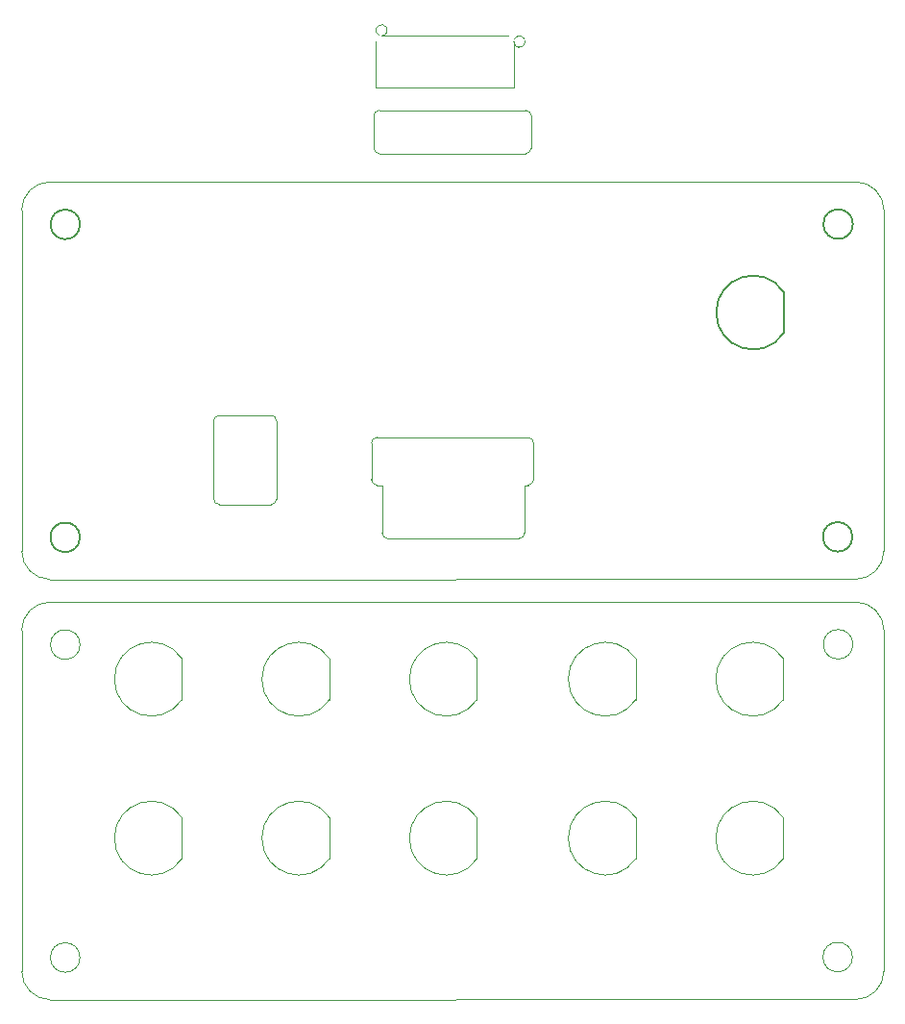
<source format=gm1>
%MOIN*%
%OFA0B0*%
%FSLAX46Y46*%
%IPPOS*%
%LPD*%
%ADD10C,0.005905511811023622*%
%ADD11C,0.0007874015748031497*%
%ADD22C,0.005905511811023622*%
%ADD23C,0.0039370078740157488*%
%ADD24C,0.0007874015748031497*%
%ADD35C,0.005905511811023622*%
%ADD36C,0.0039370078740157488*%
%ADD47C,0.005905511811023622*%
%ADD48C,0.0039370078740157488*%
%LPD*%
G01G01G01G01*
D10*
D11*
X0000216929Y0000151968D02*
G75*
G03G03X0000216929Y0000151968I-0000051181D01G03G03X0000216929Y0000151968I-0000051181D01X0000216929Y0000151968I-0000051181D01X0000216929Y0000151968I-0000051181D01*
G01G01G01G01*
X0000217322Y0001236614D02*
G75*
G03G03X0000217322Y0001236614I-0000051181D01G03G03X0000217322Y0001236614I-0000051181D01X0000217322Y0001236614I-0000051181D01X0000217322Y0001236614I-0000051181D01*
G01G01G01G01*
X0002898818Y0001237795D02*
G75*
G03G03X0002898818Y0001237795I-0000051181D01G03G03X0002898818Y0001237795I-0000051181D01X0002898818Y0001237795I-0000051181D01X0002898818Y0001237795I-0000051181D01*
G01G01G01G01*
X0000112992Y0000006299D02*
G75*
G02G02X0000014960Y0000104330J0000098031D01G02G02X0000014960Y0000104330J0000098031D01X0000014960Y0000104330J0000098031D01X0000014960Y0000104330J0000098031D01*
G01G01G01G01*
X0000014960Y0001286220D02*
G75*
G02G02X0000112992Y0001384251I0000098031D01G02G02X0000112992Y0001384251I0000098031D01X0000112992Y0001384251I0000098031D01X0000112992Y0001384251I0000098031D01*
G01G01G01G01*
X0002908661Y0001384251D02*
G75*
G02G02X0003006692Y0001286220J-0000098031D01G02G02X0003006692Y0001286220J-0000098031D01X0003006692Y0001286220J-0000098031D01X0003006692Y0001286220J-0000098031D01*
G01G01G01G01*
X0002897244Y0000153543D02*
G75*
G03G03X0002897244Y0000153543I-0000051181D01G03G03X0002897244Y0000153543I-0000051181D01X0002897244Y0000153543I-0000051181D01X0002897244Y0000153543I-0000051181D01*
G01G01G01G01*
X0003006692Y0000104724D02*
G75*
G02G02X0002908661Y0000006692I-0000098031D01G02G02X0002908661Y0000006692I-0000098031D01X0002908661Y0000006692I-0000098031D01X0002908661Y0000006692I-0000098031D01*
G01G01G01G01*
X0000014960Y0000104330D02*
X0000014960Y0001286220D01*
X0002908661Y0000006692D02*
X0000112992Y0000006299D01*
X0003006692Y0001286220D02*
X0003006692Y0000104724D01*
X0000112992Y0001384251D02*
X0002908661Y0001384251D01*
X0002657479Y0000494488D02*
G75*
G02G02X0002657479Y0000637007I-0000106299J0000071259D01G02G02X0002657479Y0000637007I-0000106299J0000071259D01X0002657479Y0000637007I-0000106299J0000071259D01X0002657479Y0000637007I-0000106299J0000071259D01*
G01G01G01G01*
X0002657479Y0000637007D02*
X0002657479Y0000494488D01*
X0002145669Y0000494488D02*
G75*
G02G02X0002145669Y0000637007I-0000106299J0000071259D01G02G02X0002145669Y0000637007I-0000106299J0000071259D01X0002145669Y0000637007I-0000106299J0000071259D01X0002145669Y0000637007I-0000106299J0000071259D01*
G01G01G01G01*
X0002145669Y0000637007D02*
X0002145669Y0000494488D01*
X0002657479Y0001045669D02*
G75*
G02G02X0002657479Y0001188188I-0000106299J0000071259D01G02G02X0002657479Y0001188188I-0000106299J0000071259D01X0002657479Y0001188188I-0000106299J0000071259D01X0002657479Y0001188188I-0000106299J0000071259D01*
G01G01G01G01*
X0002657479Y0001188188D02*
X0002657479Y0001045669D01*
X0002145669Y0001045669D02*
G75*
G02G02X0002145669Y0001188188I-0000106299J0000071259D01G02G02X0002145669Y0001188188I-0000106299J0000071259D01X0002145669Y0001188188I-0000106299J0000071259D01X0002145669Y0001188188I-0000106299J0000071259D01*
G01G01G01G01*
X0002145669Y0001188188D02*
X0002145669Y0001045669D01*
X0001594488Y0000494488D02*
G75*
G02G02X0001594488Y0000637007I-0000106299J0000071259D01G02G02X0001594488Y0000637007I-0000106299J0000071259D01X0001594488Y0000637007I-0000106299J0000071259D01X0001594488Y0000637007I-0000106299J0000071259D01*
G01G01G01G01*
X0001594488Y0000637007D02*
X0001594488Y0000494488D01*
X0001082677Y0000494488D02*
G75*
G02G02X0001082677Y0000637007I-0000106299J0000071259D01G02G02X0001082677Y0000637007I-0000106299J0000071259D01X0001082677Y0000637007I-0000106299J0000071259D01X0001082677Y0000637007I-0000106299J0000071259D01*
G01G01G01G01*
X0001082677Y0000637007D02*
X0001082677Y0000494488D01*
X0000570866Y0000494488D02*
G75*
G02G02X0000570866Y0000637007I-0000106299J0000071259D01G02G02X0000570866Y0000637007I-0000106299J0000071259D01X0000570866Y0000637007I-0000106299J0000071259D01X0000570866Y0000637007I-0000106299J0000071259D01*
G01G01G01G01*
X0000570866Y0000637007D02*
X0000570866Y0000494488D01*
X0001594488Y0001045669D02*
G75*
G02G02X0001594488Y0001188188I-0000106299J0000071259D01G02G02X0001594488Y0001188188I-0000106299J0000071259D01X0001594488Y0001188188I-0000106299J0000071259D01X0001594488Y0001188188I-0000106299J0000071259D01*
G01G01G01G01*
X0001594488Y0001188188D02*
X0001594488Y0001045669D01*
X0001082677Y0001045669D02*
G75*
G02G02X0001082677Y0001188188I-0000106299J0000071259D01G02G02X0001082677Y0001188188I-0000106299J0000071259D01X0001082677Y0001188188I-0000106299J0000071259D01X0001082677Y0001188188I-0000106299J0000071259D01*
G01G01G01G01*
X0001082677Y0001188188D02*
X0001082677Y0001045669D01*
X0000570866Y0001045669D02*
G75*
G02G02X0000570866Y0001188188I-0000106299J0000071259D01G02G02X0000570866Y0001188188I-0000106299J0000071259D01X0000570866Y0001188188I-0000106299J0000071259D01X0000570866Y0001188188I-0000106299J0000071259D01*
G01G01G01G01*
X0000570866Y0001188188D02*
X0000570866Y0001045669D01*
G01G01G01G01*
D22*
D23*
X0001740157Y0001604329D02*
X0001285433Y0001604329D01*
X0001740157Y0001604329D02*
G75*
G03G03X0001759842Y0001624015J0000019685D01G03G03X0001759842Y0001624015J0000019685D01X0001759842Y0001624015J0000019685D01X0001759842Y0001624015J0000019685D01*
G01G01G01G01*
X0001759842Y0001789370D02*
X0001759842Y0001624015D01*
X0000700786Y0001722440D02*
X0000879921Y0001722440D01*
X0000879921Y0001722440D02*
G75*
G03G03X0000899606Y0001742124J0000019685D01G03G03X0000899606Y0001742124J0000019685D01X0000899606Y0001742124J0000019685D01X0000899606Y0001742124J0000019685D01*
G01G01G01G01*
X0000899606Y0002011810D02*
X0000899606Y0001742124D01*
X0000899606Y0002011810D02*
G75*
G03G03X0000879921Y0002031496I-0000019685D01G03G03X0000879921Y0002031496I-0000019685D01X0000879921Y0002031496I-0000019685D01X0000879921Y0002031496I-0000019685D01*
G01G01G01G01*
X0000879921Y0002031496D02*
X0000700786Y0002031496D01*
X0000700786Y0002031496D02*
G75*
G03G03X0000681102Y0002011810J-0000019685D01G03G03X0000681102Y0002011810J-0000019685D01X0000681102Y0002011810J-0000019685D01X0000681102Y0002011810J-0000019685D01*
G01G01G01G01*
X0000681102Y0002011810D02*
X0000681102Y0001742124D01*
X0000681102Y0001742124D02*
G75*
G03G03X0000700786Y0001722440I0000019685D01G03G03X0000700786Y0001722440I0000019685D01X0000700786Y0001722440I0000019685D01X0000700786Y0001722440I0000019685D01*
G01G01G01G01*
X0001265748Y0001624015D02*
G75*
G03G03X0001285433Y0001604329I0000019685D01G03G03X0001285433Y0001604329I0000019685D01X0001285433Y0001604329I0000019685D01X0001285433Y0001604329I0000019685D01*
G01G01G01G01*
X0001265748Y0001789370D02*
X0001265748Y0001624015D01*
X0001759842Y0001789370D02*
X0001771653Y0001789370D01*
X0001265748Y0001789370D02*
X0001248031Y0001789370D01*
X0001771653Y0001789370D02*
G75*
G03G03X0001791338Y0001809054J0000019685D01G03G03X0001791338Y0001809054J0000019685D01X0001791338Y0001809054J0000019685D01X0001791338Y0001809054J0000019685D01*
G01G01G01G01*
X0001791338Y0001935039D02*
X0001791338Y0001809054D01*
X0001228346Y0001809054D02*
G75*
G03G03X0001248031Y0001789370I0000019685D01G03G03X0001248031Y0001789370I0000019685D01X0001248031Y0001789370I0000019685D01X0001248031Y0001789370I0000019685D01*
G01G01G01G01*
X0001228346Y0001935039D02*
X0001228346Y0001809054D01*
X0001248031Y0001954724D02*
G75*
G03G03X0001228346Y0001935039J-0000019685D01G03G03X0001228346Y0001935039J-0000019685D01X0001228346Y0001935039J-0000019685D01X0001228346Y0001935039J-0000019685D01*
G01G01G01G01*
X0001771653Y0001954724D02*
X0001248031Y0001954724D01*
X0001791338Y0001935039D02*
G75*
G03G03X0001771653Y0001954724I-0000019685D01G03G03X0001771653Y0001954724I-0000019685D01X0001771653Y0001954724I-0000019685D01X0001771653Y0001954724I-0000019685D01*
G01G01G01G01*
D22*
X0000216929Y0001608661D02*
G75*
G03G03X0000216929Y0001608661I-0000051181D01G03G03X0000216929Y0001608661I-0000051181D01X0000216929Y0001608661I-0000051181D01X0000216929Y0001608661I-0000051181D01*
G01G01G01G01*
X0000217322Y0002693307D02*
G75*
G03G03X0000217322Y0002693307I-0000051181D01G03G03X0000217322Y0002693307I-0000051181D01X0000217322Y0002693307I-0000051181D01X0000217322Y0002693307I-0000051181D01*
G01G01G01G01*
X0002898818Y0002694488D02*
G75*
G03G03X0002898818Y0002694488I-0000051181D01G03G03X0002898818Y0002694488I-0000051181D01X0002898818Y0002694488I-0000051181D01X0002898818Y0002694488I-0000051181D01*
G01G01G01G01*
D24*
X0000112992Y0001462992D02*
G75*
G02G02X0000014960Y0001561023J0000098031D01G02G02X0000014960Y0001561023J0000098031D01X0000014960Y0001561023J0000098031D01X0000014960Y0001561023J0000098031D01*
G01G01G01G01*
X0000014960Y0002742913D02*
G75*
G02G02X0000112992Y0002840944I0000098031D01G02G02X0000112992Y0002840944I0000098031D01X0000112992Y0002840944I0000098031D01X0000112992Y0002840944I0000098031D01*
G01G01G01G01*
X0002908661Y0002840944D02*
G75*
G02G02X0003006692Y0002742913J-0000098031D01G02G02X0003006692Y0002742913J-0000098031D01X0003006692Y0002742913J-0000098031D01X0003006692Y0002742913J-0000098031D01*
G01G01G01G01*
D22*
X0002897244Y0001610236D02*
G75*
G03G03X0002897244Y0001610236I-0000051181D01G03G03X0002897244Y0001610236I-0000051181D01X0002897244Y0001610236I-0000051181D01X0002897244Y0001610236I-0000051181D01*
G01G01G01G01*
D24*
X0003006692Y0001561417D02*
G75*
G02G02X0002908661Y0001463385I-0000098031D01G02G02X0002908661Y0001463385I-0000098031D01X0002908661Y0001463385I-0000098031D01X0002908661Y0001463385I-0000098031D01*
G01G01G01G01*
X0000014960Y0001561023D02*
X0000014960Y0002742913D01*
X0002908661Y0001463385D02*
X0000112992Y0001462992D01*
X0003006692Y0002742913D02*
X0003006692Y0001561417D01*
X0000112992Y0002840944D02*
X0002908661Y0002840944D01*
D22*
X0002658857Y0002316700D02*
G75*
G02G02X0002658857Y0002459220I-0000106299J0000071259D01G02G02X0002658857Y0002459220I-0000106299J0000071259D01X0002658857Y0002459220I-0000106299J0000071259D01X0002658857Y0002459220I-0000106299J0000071259D01*
G01G01G01G01*
X0002658857Y0002459220D02*
X0002658857Y0002316700D01*
G04 next file*
G01G01G01G01*
D35*
D36*
X0001255905Y0002938976D02*
X0001763779Y0002938976D01*
X0001236220Y0003068897D02*
X0001236220Y0002958661D01*
X0001763779Y0003088582D02*
X0001255905Y0003088582D01*
X0001783464Y0002958661D02*
X0001783464Y0003068897D01*
X0001763779Y0002938976D02*
G75*
G03G03X0001783464Y0002958661J0000019685D01G03G03X0001783464Y0002958661J0000019685D01X0001783464Y0002958661J0000019685D01X0001783464Y0002958661J0000019685D01*
G01G01G01G01*
X0001783464Y0003068897D02*
G75*
G03G03X0001763779Y0003088582I-0000019685D01G03G03X0001763779Y0003088582I-0000019685D01X0001763779Y0003088582I-0000019685D01X0001763779Y0003088582I-0000019685D01*
G01G01G01G01*
X0001255905Y0003088582D02*
G75*
G03G03X0001236220Y0003068897J-0000019685D01G03G03X0001236220Y0003068897J-0000019685D01X0001236220Y0003068897J-0000019685D01X0001236220Y0003068897J-0000019685D01*
G01G01G01G01*
X0001236220Y0002958661D02*
G75*
G03G03X0001255905Y0002938976I0000019685D01G03G03X0001255905Y0002938976I0000019685D01X0001255905Y0002938976I0000019685D01X0001255905Y0002938976I0000019685D01*
G01G01G01G01*
G04 next file*
G04 #@! TF.FileFunction,Profile,NP*
G04 Gerber Fmt 4.6, Leading zero omitted, Abs format (unit mm)*
G04 Created by KiCad (PCBNEW (2016-07-22 BZR 6991, Git 146a78a)-product) date 08/19/16 17:37:13*
G01G01G01G01*
G04 APERTURE LIST*
G04 APERTURE END LIST*
D47*
D48*
X0001244094Y0003169291D02*
X0001244094Y0003326771D01*
X0001722440Y0003169291D02*
X0001244094Y0003169291D01*
X0001722440Y0003326771D02*
X0001722440Y0003169291D01*
X0001263779Y0003346456D02*
X0001702755Y0003346456D01*
X0001263779Y0003346456D02*
G75*
G03G03X0001244094Y0003326771J0000019685D01G03G03X0001244094Y0003326771J0000019685D01X0001244094Y0003326771J0000019685D01X0001244094Y0003326771J0000019685D01*
G01G01G01G01*
X0001722440Y0003326771D02*
G75*
G03G03X0001702755Y0003346456I0000019685D01G03G03X0001702755Y0003346456I0000019685D01X0001702755Y0003346456I0000019685D01X0001702755Y0003346456I0000019685D01*
G01G01G01G01*
M02*
</source>
